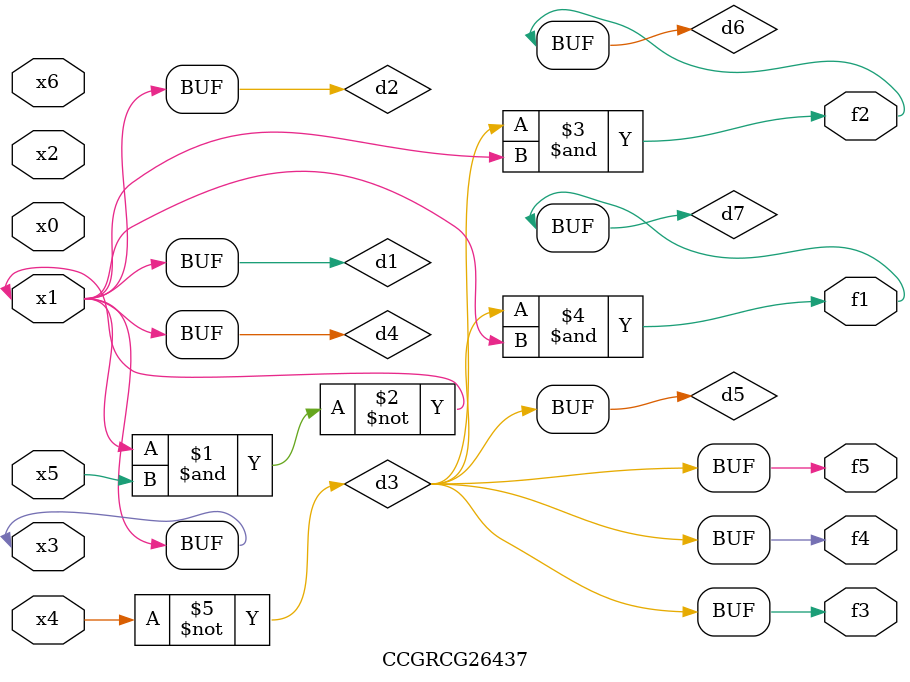
<source format=v>
module CCGRCG26437(
	input x0, x1, x2, x3, x4, x5, x6,
	output f1, f2, f3, f4, f5
);

	wire d1, d2, d3, d4, d5, d6, d7;

	buf (d1, x1, x3);
	nand (d2, x1, x5);
	not (d3, x4);
	buf (d4, d1, d2);
	buf (d5, d3);
	and (d6, d3, d4);
	and (d7, d3, d4);
	assign f1 = d7;
	assign f2 = d6;
	assign f3 = d5;
	assign f4 = d5;
	assign f5 = d5;
endmodule

</source>
